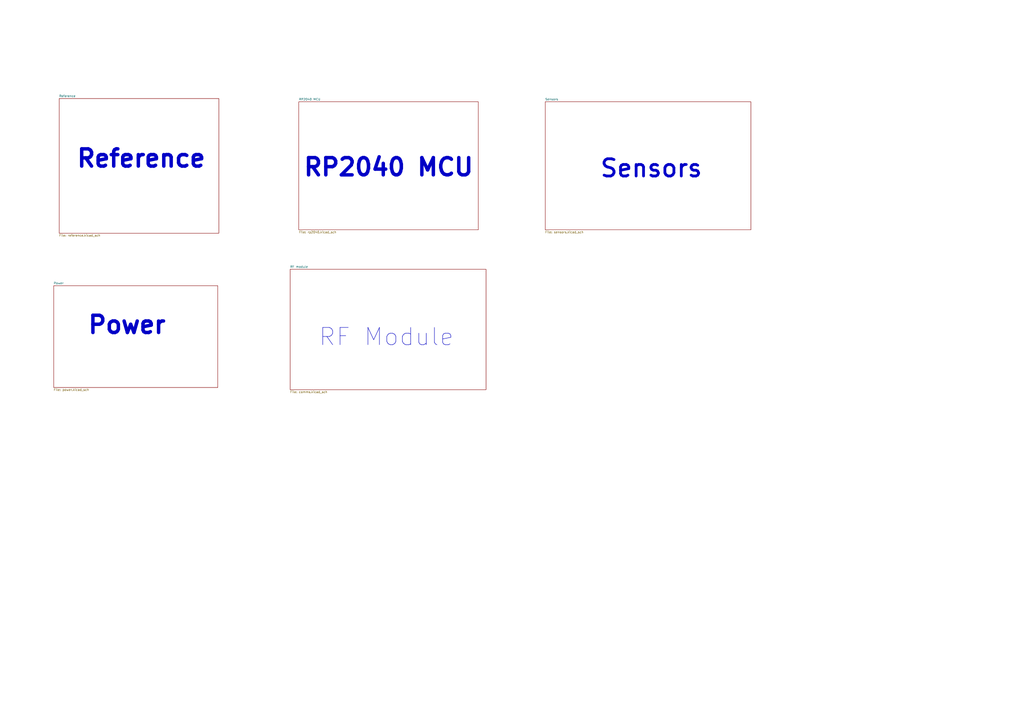
<source format=kicad_sch>
(kicad_sch
	(version 20250114)
	(generator "eeschema")
	(generator_version "9.0")
	(uuid "e4ef350a-b140-44e0-8bc3-973fc24bf90a")
	(paper "A2")
	(lib_symbols)
	(text "RF Module"
		(exclude_from_sim no)
		(at 224.155 195.58 0)
		(effects
			(font
				(size 10 10)
				(thickness 0.254)
				(bold yes)
			)
		)
		(uuid "614e2bf6-ee3c-4323-929a-706d3927acf8")
	)
	(text "Reference"
		(exclude_from_sim no)
		(at 81.915 92.075 0)
		(effects
			(font
				(size 10 10)
				(thickness 2)
				(bold yes)
			)
		)
		(uuid "67bd9585-641d-411f-812a-6203e0487887")
	)
	(text "Power"
		(exclude_from_sim no)
		(at 73.66 188.595 0)
		(effects
			(font
				(size 10 10)
				(thickness 2)
				(bold yes)
			)
		)
		(uuid "70230e2b-11c0-48f3-bd37-2ded5b86e98f")
	)
	(text "RP2040 MCU"
		(exclude_from_sim no)
		(at 225.425 97.155 0)
		(effects
			(font
				(size 10 10)
				(thickness 2)
				(bold yes)
			)
		)
		(uuid "78516cc1-5de1-4734-ae68-b6343c5a0f58")
	)
	(text "Sensors"
		(exclude_from_sim no)
		(at 377.825 97.79 0)
		(effects
			(font
				(size 10 10)
				(thickness 1.6)
				(bold yes)
			)
		)
		(uuid "cd67d965-c5bb-4170-bca0-236f508749ff")
	)
	(sheet
		(at 173.355 59.055)
		(size 104.14 74.295)
		(exclude_from_sim no)
		(in_bom yes)
		(on_board yes)
		(dnp no)
		(fields_autoplaced yes)
		(stroke
			(width 0.1524)
			(type solid)
		)
		(fill
			(color 0 0 0 0.0000)
		)
		(uuid "06e07132-39d3-4769-b65c-2c1064b388d8")
		(property "Sheetname" "RP2040 MCU"
			(at 173.355 58.3434 0)
			(effects
				(font
					(size 1.27 1.27)
				)
				(justify left bottom)
			)
		)
		(property "Sheetfile" "rp2040.kicad_sch"
			(at 173.355 133.9346 0)
			(effects
				(font
					(size 1.27 1.27)
				)
				(justify left top)
			)
		)
		(instances
			(project "og_pcb"
				(path "/e4ef350a-b140-44e0-8bc3-973fc24bf90a"
					(page "2")
				)
			)
		)
	)
	(sheet
		(at 31.115 165.735)
		(size 95.25 59.055)
		(exclude_from_sim no)
		(in_bom yes)
		(on_board yes)
		(dnp no)
		(fields_autoplaced yes)
		(stroke
			(width 0.1524)
			(type solid)
		)
		(fill
			(color 0 0 0 0.0000)
		)
		(uuid "10597755-0134-48c2-addf-e26d4e398c8f")
		(property "Sheetname" "Power"
			(at 31.115 165.0234 0)
			(effects
				(font
					(size 1.27 1.27)
				)
				(justify left bottom)
			)
		)
		(property "Sheetfile" "power.kicad_sch"
			(at 31.115 225.3746 0)
			(effects
				(font
					(size 1.27 1.27)
				)
				(justify left top)
			)
		)
		(instances
			(project "og_pcb"
				(path "/e4ef350a-b140-44e0-8bc3-973fc24bf90a"
					(page "4")
				)
			)
		)
	)
	(sheet
		(at 316.23 59.055)
		(size 119.38 74.295)
		(exclude_from_sim no)
		(in_bom yes)
		(on_board yes)
		(dnp no)
		(fields_autoplaced yes)
		(stroke
			(width 0.1524)
			(type solid)
		)
		(fill
			(color 0 0 0 0.0000)
		)
		(uuid "3ccd8099-b4f2-4c2f-ac31-d7c505bfef59")
		(property "Sheetname" "Sensors"
			(at 316.23 58.3434 0)
			(effects
				(font
					(size 1.27 1.27)
				)
				(justify left bottom)
			)
		)
		(property "Sheetfile" "sensors.kicad_sch"
			(at 316.23 133.9346 0)
			(effects
				(font
					(size 1.27 1.27)
				)
				(justify left top)
			)
		)
		(instances
			(project "og_pcb"
				(path "/e4ef350a-b140-44e0-8bc3-973fc24bf90a"
					(page "3")
				)
			)
		)
	)
	(sheet
		(at 168.275 156.21)
		(size 113.665 69.85)
		(exclude_from_sim no)
		(in_bom yes)
		(on_board yes)
		(dnp no)
		(fields_autoplaced yes)
		(stroke
			(width 0.1524)
			(type solid)
		)
		(fill
			(color 0 0 0 0.0000)
		)
		(uuid "4928f2bc-e61e-4a86-948c-096d561dbbff")
		(property "Sheetname" "RF module"
			(at 168.275 155.4984 0)
			(effects
				(font
					(size 1.27 1.27)
				)
				(justify left bottom)
			)
		)
		(property "Sheetfile" "comms.kicad_sch"
			(at 168.275 226.6446 0)
			(effects
				(font
					(size 1.27 1.27)
				)
				(justify left top)
			)
		)
		(instances
			(project "og_pcb"
				(path "/e4ef350a-b140-44e0-8bc3-973fc24bf90a"
					(page "5")
				)
			)
		)
	)
	(sheet
		(at 34.29 57.15)
		(size 92.71 78.105)
		(exclude_from_sim no)
		(in_bom yes)
		(on_board yes)
		(dnp no)
		(fields_autoplaced yes)
		(stroke
			(width 0.1524)
			(type solid)
		)
		(fill
			(color 0 0 0 0.0000)
		)
		(uuid "ce8112a9-566f-4f7f-8a1b-4e3bfc8faeef")
		(property "Sheetname" "Reference"
			(at 34.29 56.4384 0)
			(effects
				(font
					(size 1.27 1.27)
				)
				(justify left bottom)
			)
		)
		(property "Sheetfile" "reference.kicad_sch"
			(at 34.29 135.8396 0)
			(effects
				(font
					(size 1.27 1.27)
				)
				(justify left top)
			)
		)
		(instances
			(project "og_pcb"
				(path "/e4ef350a-b140-44e0-8bc3-973fc24bf90a"
					(page "6")
				)
			)
		)
	)
	(sheet_instances
		(path "/"
			(page "1")
		)
	)
	(embedded_fonts no)
)

</source>
